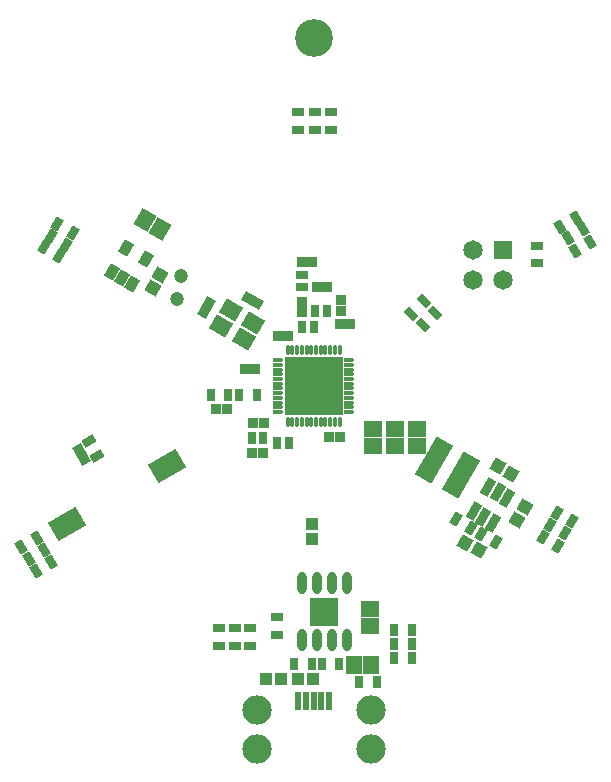
<source format=gts>
G04*
G04 #@! TF.GenerationSoftware,Altium Limited,CircuitMaker,2.3.0 (2.3.0.3)*
G04*
G04 Layer_Color=20142*
%FSLAX25Y25*%
%MOIN*%
G70*
G04*
G04 #@! TF.SameCoordinates,DFAF08F0-1B05-4ABB-8EC1-2A918C0C2617*
G04*
G04*
G04 #@! TF.FilePolarity,Negative*
G04*
G01*
G75*
G04:AMPARAMS|DCode=48|XSize=27.68mil|YSize=43.43mil|CornerRadius=0mil|HoleSize=0mil|Usage=FLASHONLY|Rotation=330.000|XOffset=0mil|YOffset=0mil|HoleType=Round|Shape=Rectangle|*
%AMROTATEDRECTD48*
4,1,4,-0.02285,-0.01189,-0.00113,0.02573,0.02285,0.01189,0.00113,-0.02573,-0.02285,-0.01189,0.0*
%
%ADD48ROTATEDRECTD48*%

%ADD49R,0.02768X0.04343*%
%ADD50R,0.06115X0.05328*%
%ADD51R,0.04343X0.04147*%
%ADD52R,0.04343X0.02768*%
%ADD53R,0.05328X0.06115*%
%ADD54O,0.03162X0.07493*%
%ADD55R,0.09816X0.09816*%
G04:AMPARAMS|DCode=56|XSize=33.2mil|YSize=34.77mil|CornerRadius=0mil|HoleSize=0mil|Usage=FLASHONLY|Rotation=330.000|XOffset=0mil|YOffset=0mil|HoleType=Round|Shape=Rectangle|*
%AMROTATEDRECTD56*
4,1,4,-0.02307,-0.00676,-0.00568,0.02336,0.02307,0.00676,0.00568,-0.02336,-0.02307,-0.00676,0.0*
%
%ADD56ROTATEDRECTD56*%

G04:AMPARAMS|DCode=57|XSize=33.2mil|YSize=34.77mil|CornerRadius=0mil|HoleSize=0mil|Usage=FLASHONLY|Rotation=60.000|XOffset=0mil|YOffset=0mil|HoleType=Round|Shape=Rectangle|*
%AMROTATEDRECTD57*
4,1,4,0.00676,-0.02307,-0.02336,-0.00568,-0.00676,0.02307,0.02336,0.00568,0.00676,-0.02307,0.0*
%
%ADD57ROTATEDRECTD57*%

G04:AMPARAMS|DCode=58|XSize=53.28mil|YSize=63.12mil|CornerRadius=0mil|HoleSize=0mil|Usage=FLASHONLY|Rotation=240.000|XOffset=0mil|YOffset=0mil|HoleType=Round|Shape=Rectangle|*
%AMROTATEDRECTD58*
4,1,4,-0.01401,0.03885,0.04065,0.00729,0.01401,-0.03885,-0.04065,-0.00729,-0.01401,0.03885,0.0*
%
%ADD58ROTATEDRECTD58*%

%ADD59R,0.03477X0.03320*%
%ADD60R,0.03320X0.03477*%
G04:AMPARAMS|DCode=61|XSize=43.43mil|YSize=41.47mil|CornerRadius=0mil|HoleSize=0mil|Usage=FLASHONLY|Rotation=60.000|XOffset=0mil|YOffset=0mil|HoleType=Round|Shape=Rectangle|*
%AMROTATEDRECTD61*
4,1,4,0.00710,-0.02917,-0.02881,-0.00844,-0.00710,0.02917,0.02881,0.00844,0.00710,-0.02917,0.0*
%
%ADD61ROTATEDRECTD61*%

G04:AMPARAMS|DCode=62|XSize=43.43mil|YSize=41.47mil|CornerRadius=0mil|HoleSize=0mil|Usage=FLASHONLY|Rotation=150.000|XOffset=0mil|YOffset=0mil|HoleType=Round|Shape=Rectangle|*
%AMROTATEDRECTD62*
4,1,4,0.02917,0.00710,0.00844,-0.02881,-0.02917,-0.00710,-0.00844,0.02881,0.02917,0.00710,0.0*
%
%ADD62ROTATEDRECTD62*%

G04:AMPARAMS|DCode=63|XSize=61.15mil|YSize=53.28mil|CornerRadius=0mil|HoleSize=0mil|Usage=FLASHONLY|Rotation=240.000|XOffset=0mil|YOffset=0mil|HoleType=Round|Shape=Rectangle|*
%AMROTATEDRECTD63*
4,1,4,-0.00778,0.03980,0.03836,0.01316,0.00778,-0.03980,-0.03836,-0.01316,-0.00778,0.03980,0.0*
%
%ADD63ROTATEDRECTD63*%

%ADD64R,0.02375X0.06115*%
%ADD65R,0.03871X0.03084*%
%ADD66R,0.03084X0.03871*%
G04:AMPARAMS|DCode=67|XSize=63.12mil|YSize=145.79mil|CornerRadius=0mil|HoleSize=0mil|Usage=FLASHONLY|Rotation=150.000|XOffset=0mil|YOffset=0mil|HoleType=Round|Shape=Rectangle|*
%AMROTATEDRECTD67*
4,1,4,0.06378,0.04735,-0.00912,-0.07891,-0.06378,-0.04735,0.00912,0.07891,0.06378,0.04735,0.0*
%
%ADD67ROTATEDRECTD67*%

G04:AMPARAMS|DCode=68|XSize=70.99mil|YSize=106.42mil|CornerRadius=0mil|HoleSize=0mil|Usage=FLASHONLY|Rotation=120.000|XOffset=0mil|YOffset=0mil|HoleType=Round|Shape=Rectangle|*
%AMROTATEDRECTD68*
4,1,4,0.06383,-0.00413,-0.02834,-0.05735,-0.06383,0.00413,0.02834,0.05735,0.06383,-0.00413,0.0*
%
%ADD68ROTATEDRECTD68*%

G04:AMPARAMS|DCode=69|XSize=29.65mil|YSize=59.18mil|CornerRadius=0mil|HoleSize=0mil|Usage=FLASHONLY|Rotation=330.000|XOffset=0mil|YOffset=0mil|HoleType=Round|Shape=Rectangle|*
%AMROTATEDRECTD69*
4,1,4,-0.02764,-0.01821,0.00196,0.03304,0.02764,0.01821,-0.00196,-0.03304,-0.02764,-0.01821,0.0*
%
%ADD69ROTATEDRECTD69*%

G04:AMPARAMS|DCode=70|XSize=35.56mil|YSize=47.37mil|CornerRadius=0mil|HoleSize=0mil|Usage=FLASHONLY|Rotation=150.000|XOffset=0mil|YOffset=0mil|HoleType=Round|Shape=Rectangle|*
%AMROTATEDRECTD70*
4,1,4,0.02724,0.01162,0.00356,-0.02940,-0.02724,-0.01162,-0.00356,0.02940,0.02724,0.01162,0.0*
%
%ADD70ROTATEDRECTD70*%

G04:AMPARAMS|DCode=71|XSize=27.68mil|YSize=43.43mil|CornerRadius=0mil|HoleSize=0mil|Usage=FLASHONLY|Rotation=45.000|XOffset=0mil|YOffset=0mil|HoleType=Round|Shape=Rectangle|*
%AMROTATEDRECTD71*
4,1,4,0.00557,-0.02514,-0.02514,0.00557,-0.00557,0.02514,0.02514,-0.00557,0.00557,-0.02514,0.0*
%
%ADD71ROTATEDRECTD71*%

%ADD72R,0.04147X0.04343*%
G04:AMPARAMS|DCode=73|XSize=27.68mil|YSize=43.43mil|CornerRadius=0mil|HoleSize=0mil|Usage=FLASHONLY|Rotation=210.000|XOffset=0mil|YOffset=0mil|HoleType=Round|Shape=Rectangle|*
%AMROTATEDRECTD73*
4,1,4,0.00113,0.02573,0.02285,-0.01189,-0.00113,-0.02573,-0.02285,0.01189,0.00113,0.02573,0.0*
%
%ADD73ROTATEDRECTD73*%

G04:AMPARAMS|DCode=74|XSize=33.2mil|YSize=34.77mil|CornerRadius=0mil|HoleSize=0mil|Usage=FLASHONLY|Rotation=210.000|XOffset=0mil|YOffset=0mil|HoleType=Round|Shape=Rectangle|*
%AMROTATEDRECTD74*
4,1,4,0.00568,0.02336,0.02307,-0.00676,-0.00568,-0.02336,-0.02307,0.00676,0.00568,0.02336,0.0*
%
%ADD74ROTATEDRECTD74*%

G04:AMPARAMS|DCode=75|XSize=27.68mil|YSize=43.43mil|CornerRadius=0mil|HoleSize=0mil|Usage=FLASHONLY|Rotation=300.000|XOffset=0mil|YOffset=0mil|HoleType=Round|Shape=Rectangle|*
%AMROTATEDRECTD75*
4,1,4,-0.02573,0.00113,0.01189,0.02285,0.02573,-0.00113,-0.01189,-0.02285,-0.02573,0.00113,0.0*
%
%ADD75ROTATEDRECTD75*%

%ADD76O,0.01587X0.03359*%
%ADD77O,0.03359X0.01587*%
%ADD78R,0.19304X0.19304*%
%ADD79C,0.04737*%
%ADD80C,0.09800*%
%ADD81R,0.06496X0.06496*%
%ADD82C,0.06496*%
%ADD83C,0.12611*%
%ADD84C,0.03398*%
D48*
X211857Y78824D02*
D03*
X206743Y81776D02*
D03*
X214157Y82824D02*
D03*
X209043Y85776D02*
D03*
X209557Y74724D02*
D03*
X204443Y77676D02*
D03*
X175343Y83576D02*
D03*
X180457Y80624D02*
D03*
X183743Y78776D02*
D03*
X188857Y75824D02*
D03*
X42543Y181976D02*
D03*
X47657Y179024D02*
D03*
X40243Y178076D02*
D03*
X45357Y175124D02*
D03*
X37943Y174176D02*
D03*
X43057Y171224D02*
D03*
D49*
X143047Y29300D02*
D03*
X148953D02*
D03*
X130647Y35200D02*
D03*
X136553D02*
D03*
X121447D02*
D03*
X127353D02*
D03*
X160753Y46700D02*
D03*
X154847D02*
D03*
X160753Y42000D02*
D03*
X154847D02*
D03*
X160753Y37200D02*
D03*
X154847D02*
D03*
X93647Y125100D02*
D03*
X99553D02*
D03*
X103047D02*
D03*
X108953D02*
D03*
D50*
X146700Y53754D02*
D03*
Y48046D02*
D03*
X162500Y107846D02*
D03*
X162500Y113554D02*
D03*
X155100Y107846D02*
D03*
Y113554D02*
D03*
X147900Y107846D02*
D03*
Y113554D02*
D03*
D51*
X127300Y82059D02*
D03*
Y76941D02*
D03*
D52*
X115800Y44947D02*
D03*
Y50853D02*
D03*
X96400Y41447D02*
D03*
Y47353D02*
D03*
X106800Y41447D02*
D03*
Y47353D02*
D03*
X101600Y41447D02*
D03*
Y47353D02*
D03*
X202400Y174753D02*
D03*
Y168847D02*
D03*
X122900Y219353D02*
D03*
Y213447D02*
D03*
X128300Y219353D02*
D03*
Y213447D02*
D03*
X133700Y219353D02*
D03*
Y213447D02*
D03*
D53*
X141246Y34900D02*
D03*
X146954D02*
D03*
D54*
X139000Y62446D02*
D03*
X134000D02*
D03*
X129000D02*
D03*
X124000D02*
D03*
X139000Y43154D02*
D03*
X134000D02*
D03*
X129000D02*
D03*
X124000D02*
D03*
D55*
X131500Y52800D02*
D03*
D56*
X91334Y152800D02*
D03*
X93066Y155800D02*
D03*
D57*
X109100Y155734D02*
D03*
X106100Y157466D02*
D03*
D58*
X107826Y148962D02*
D03*
X100325Y153293D02*
D03*
X97175Y147837D02*
D03*
X104676Y143507D02*
D03*
D59*
X136768Y148800D02*
D03*
X140232D02*
D03*
X116068Y144500D02*
D03*
X119532D02*
D03*
X128968Y160900D02*
D03*
X132432D02*
D03*
X107468Y105800D02*
D03*
X110932D02*
D03*
X124068Y169400D02*
D03*
X127532D02*
D03*
X111332Y115600D02*
D03*
X107868D02*
D03*
X108532Y133500D02*
D03*
X105068D02*
D03*
X98932Y120300D02*
D03*
X95468D02*
D03*
X136632Y111000D02*
D03*
X133168D02*
D03*
D60*
X137000Y153068D02*
D03*
Y156532D02*
D03*
X124000Y152668D02*
D03*
Y156132D02*
D03*
D61*
X182916Y73220D02*
D03*
X178484Y75779D02*
D03*
X189284Y101180D02*
D03*
X193716Y98620D02*
D03*
D62*
X198280Y87616D02*
D03*
X195721Y83184D02*
D03*
X74321Y160484D02*
D03*
X76880Y164916D02*
D03*
D63*
X71828Y183227D02*
D03*
X76772Y180373D02*
D03*
D64*
X122835Y22837D02*
D03*
X125394D02*
D03*
X127953D02*
D03*
X130512D02*
D03*
X133071D02*
D03*
D65*
X124000Y164829D02*
D03*
Y160971D02*
D03*
D66*
X124055Y147638D02*
D03*
X127913D02*
D03*
X128471Y153100D02*
D03*
X132329D02*
D03*
X119729Y108900D02*
D03*
X115871D02*
D03*
X111229Y110600D02*
D03*
X107371D02*
D03*
D67*
X177100Y98200D02*
D03*
X168235Y103318D02*
D03*
D68*
X45645Y82100D02*
D03*
X78987Y101350D02*
D03*
D69*
X187777Y82438D02*
D03*
X184538Y84308D02*
D03*
X181299Y86179D02*
D03*
X186023Y94362D02*
D03*
X189262Y92492D02*
D03*
X192501Y90621D02*
D03*
D70*
X60799Y165879D02*
D03*
X64038Y164008D02*
D03*
X67277Y162138D02*
D03*
X72001Y170321D02*
D03*
X65523Y174062D02*
D03*
D71*
X168488Y152388D02*
D03*
X164312Y148212D02*
D03*
X164588Y156188D02*
D03*
X160412Y152012D02*
D03*
D72*
X122641Y30300D02*
D03*
X127759D02*
D03*
X117159D02*
D03*
X112041D02*
D03*
D73*
X35343Y66224D02*
D03*
X40457Y69176D02*
D03*
X30543Y74424D02*
D03*
X35657Y77376D02*
D03*
X32943Y70324D02*
D03*
X38057Y73276D02*
D03*
X220057Y175976D02*
D03*
X214943Y173024D02*
D03*
X215257Y184076D02*
D03*
X210143Y181124D02*
D03*
X217757Y180176D02*
D03*
X212643Y177224D02*
D03*
D74*
X49734Y106600D02*
D03*
X51466Y103600D02*
D03*
D75*
X55876Y104543D02*
D03*
X52924Y109657D02*
D03*
D76*
X136614Y116043D02*
D03*
X135039D02*
D03*
X131890D02*
D03*
X130315D02*
D03*
X133465D02*
D03*
X124016D02*
D03*
X122441D02*
D03*
X128740D02*
D03*
X125591D02*
D03*
X127165D02*
D03*
X119291D02*
D03*
X120866D02*
D03*
X135039Y139862D02*
D03*
X136614D02*
D03*
X131890D02*
D03*
X133465D02*
D03*
X130315D02*
D03*
X127165D02*
D03*
X128740D02*
D03*
X124016D02*
D03*
X125591D02*
D03*
X120866D02*
D03*
X122441D02*
D03*
X119291D02*
D03*
D77*
X139862Y119291D02*
D03*
Y124016D02*
D03*
Y120866D02*
D03*
Y122441D02*
D03*
X116043Y119291D02*
D03*
Y120866D02*
D03*
Y125591D02*
D03*
Y122441D02*
D03*
Y124016D02*
D03*
X139862Y127165D02*
D03*
Y125591D02*
D03*
Y131890D02*
D03*
Y128740D02*
D03*
Y130315D02*
D03*
Y133465D02*
D03*
Y135039D02*
D03*
Y136614D02*
D03*
X116043Y130315D02*
D03*
Y127165D02*
D03*
Y128740D02*
D03*
Y135039D02*
D03*
Y131890D02*
D03*
Y133465D02*
D03*
Y136614D02*
D03*
D78*
X127953Y127953D02*
D03*
D79*
X83900Y164700D02*
D03*
X82300Y157000D02*
D03*
D80*
X146949Y20081D02*
D03*
X108957Y7089D02*
D03*
X146949D02*
D03*
X108957Y20081D02*
D03*
D81*
X191000Y173300D02*
D03*
D82*
Y163300D02*
D03*
X181000Y173300D02*
D03*
Y163300D02*
D03*
D83*
X127953Y244094D02*
D03*
D84*
X130315Y120866D02*
D03*
X135039D02*
D03*
X130315Y125591D02*
D03*
X135039D02*
D03*
X125591Y120866D02*
D03*
Y125591D02*
D03*
X120866Y120866D02*
D03*
Y125591D02*
D03*
X135039Y130315D02*
D03*
X130315D02*
D03*
Y135039D02*
D03*
X135039D02*
D03*
X125591Y130315D02*
D03*
X120866D02*
D03*
Y135039D02*
D03*
X125591D02*
D03*
M02*

</source>
